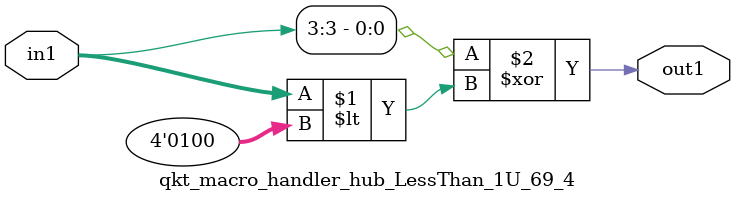
<source format=v>

`timescale 1ps / 1ps


module qkt_macro_handler_hub_LessThan_1U_69_4( in1, out1 );

    input [3:0] in1;
    output out1;

    
    // rtl_process:qkt_macro_handler_hub_LessThan_1U_69_4/qkt_macro_handler_hub_LessThan_1U_69_4_thread_1
    assign out1 = (in1[3] ^ in1 < 4'd04);

endmodule


</source>
